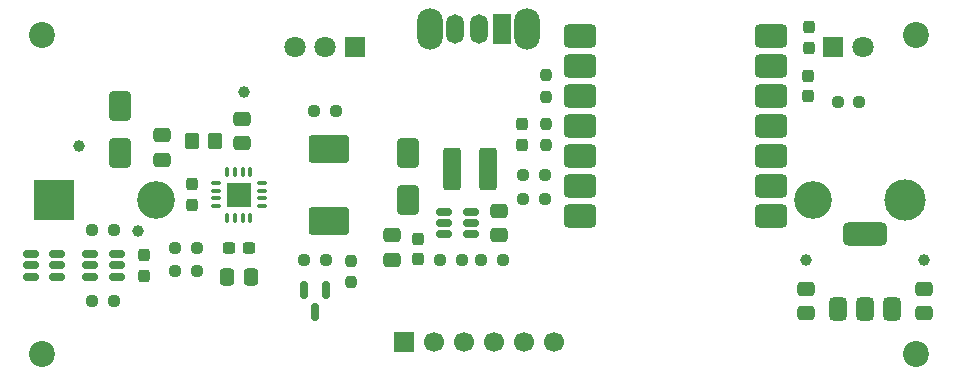
<source format=gbr>
%TF.GenerationSoftware,KiCad,Pcbnew,9.0.6*%
%TF.CreationDate,2026-02-05T22:19:05+05:30*%
%TF.ProjectId,Vitalung_V0.1,56697461-6c75-46e6-975f-56302e312e6b,0.1*%
%TF.SameCoordinates,PX7057c40PY68e7780*%
%TF.FileFunction,Soldermask,Top*%
%TF.FilePolarity,Negative*%
%FSLAX46Y46*%
G04 Gerber Fmt 4.6, Leading zero omitted, Abs format (unit mm)*
G04 Created by KiCad (PCBNEW 9.0.6) date 2026-02-05 22:19:05*
%MOMM*%
%LPD*%
G01*
G04 APERTURE LIST*
G04 Aperture macros list*
%AMRoundRect*
0 Rectangle with rounded corners*
0 $1 Rounding radius*
0 $2 $3 $4 $5 $6 $7 $8 $9 X,Y pos of 4 corners*
0 Add a 4 corners polygon primitive as box body*
4,1,4,$2,$3,$4,$5,$6,$7,$8,$9,$2,$3,0*
0 Add four circle primitives for the rounded corners*
1,1,$1+$1,$2,$3*
1,1,$1+$1,$4,$5*
1,1,$1+$1,$6,$7*
1,1,$1+$1,$8,$9*
0 Add four rect primitives between the rounded corners*
20,1,$1+$1,$2,$3,$4,$5,0*
20,1,$1+$1,$4,$5,$6,$7,0*
20,1,$1+$1,$6,$7,$8,$9,0*
20,1,$1+$1,$8,$9,$2,$3,0*%
G04 Aperture macros list end*
%ADD10RoundRect,0.250000X-0.475000X0.337500X-0.475000X-0.337500X0.475000X-0.337500X0.475000X0.337500X0*%
%ADD11RoundRect,0.237500X0.250000X0.237500X-0.250000X0.237500X-0.250000X-0.237500X0.250000X-0.237500X0*%
%ADD12RoundRect,0.237500X-0.250000X-0.237500X0.250000X-0.237500X0.250000X0.237500X-0.250000X0.237500X0*%
%ADD13C,1.000000*%
%ADD14RoundRect,0.250000X0.650000X-1.000000X0.650000X1.000000X-0.650000X1.000000X-0.650000X-1.000000X0*%
%ADD15RoundRect,0.250000X-0.350000X-0.450000X0.350000X-0.450000X0.350000X0.450000X-0.350000X0.450000X0*%
%ADD16RoundRect,0.250000X0.337500X0.475000X-0.337500X0.475000X-0.337500X-0.475000X0.337500X-0.475000X0*%
%ADD17RoundRect,0.250000X0.475000X-0.337500X0.475000X0.337500X-0.475000X0.337500X-0.475000X-0.337500X0*%
%ADD18RoundRect,0.150000X-0.512500X-0.150000X0.512500X-0.150000X0.512500X0.150000X-0.512500X0.150000X0*%
%ADD19RoundRect,0.237500X-0.237500X0.300000X-0.237500X-0.300000X0.237500X-0.300000X0.237500X0.300000X0*%
%ADD20O,2.200000X3.500000*%
%ADD21R,1.500000X2.500000*%
%ADD22O,1.500000X2.500000*%
%ADD23RoundRect,0.250001X0.499999X1.549999X-0.499999X1.549999X-0.499999X-1.549999X0.499999X-1.549999X0*%
%ADD24RoundRect,0.237500X0.237500X-0.250000X0.237500X0.250000X-0.237500X0.250000X-0.237500X-0.250000X0*%
%ADD25R,1.700000X1.700000*%
%ADD26C,1.700000*%
%ADD27RoundRect,0.150000X-0.150000X0.587500X-0.150000X-0.587500X0.150000X-0.587500X0.150000X0.587500X0*%
%ADD28RoundRect,0.235000X1.465000X-0.940000X1.465000X0.940000X-1.465000X0.940000X-1.465000X-0.940000X0*%
%ADD29C,2.200000*%
%ADD30RoundRect,0.237500X0.237500X-0.300000X0.237500X0.300000X-0.237500X0.300000X-0.237500X-0.300000X0*%
%ADD31RoundRect,0.250000X-0.650000X1.000000X-0.650000X-1.000000X0.650000X-1.000000X0.650000X1.000000X0*%
%ADD32R,1.800000X1.800000*%
%ADD33C,1.800000*%
%ADD34RoundRect,0.237500X0.300000X0.237500X-0.300000X0.237500X-0.300000X-0.237500X0.300000X-0.237500X0*%
%ADD35RoundRect,0.150000X0.512500X0.150000X-0.512500X0.150000X-0.512500X-0.150000X0.512500X-0.150000X0*%
%ADD36RoundRect,0.400000X-0.975000X-0.600000X0.975000X-0.600000X0.975000X0.600000X-0.975000X0.600000X0*%
%ADD37RoundRect,0.075000X0.350000X0.075000X-0.350000X0.075000X-0.350000X-0.075000X0.350000X-0.075000X0*%
%ADD38RoundRect,0.075000X0.075000X0.350000X-0.075000X0.350000X-0.075000X-0.350000X0.075000X-0.350000X0*%
%ADD39R,2.100000X2.100000*%
%ADD40RoundRect,0.375000X0.375000X-0.625000X0.375000X0.625000X-0.375000X0.625000X-0.375000X-0.625000X0*%
%ADD41RoundRect,0.500000X1.400000X-0.500000X1.400000X0.500000X-1.400000X0.500000X-1.400000X-0.500000X0*%
%ADD42C,3.200000*%
%ADD43R,3.500000X3.500000*%
%ADD44C,3.500000*%
G04 APERTURE END LIST*
D10*
%TO.C,C17*%
X41700000Y15137500D03*
X41700000Y13062500D03*
%TD*%
D11*
%TO.C,R18*%
X38550000Y11000000D03*
X36725000Y11000000D03*
%TD*%
D12*
%TO.C,R1*%
X7287500Y13500000D03*
X9112500Y13500000D03*
%TD*%
D13*
%TO.C,TP5*%
X67700000Y11000000D03*
%TD*%
D12*
%TO.C,R11*%
X25237500Y11000000D03*
X27062500Y11000000D03*
%TD*%
D14*
%TO.C,D4*%
X34000000Y16000000D03*
X34000000Y20000000D03*
%TD*%
D10*
%TO.C,C11*%
X77700000Y8537500D03*
X77700000Y6462500D03*
%TD*%
D15*
%TO.C,R9*%
X15700000Y21000000D03*
X17700000Y21000000D03*
%TD*%
D16*
%TO.C,C3*%
X20737500Y9500000D03*
X18662500Y9500000D03*
%TD*%
D17*
%TO.C,C18*%
X32700000Y10962500D03*
X32700000Y13037500D03*
%TD*%
D12*
%TO.C,R2*%
X7287500Y7500000D03*
X9112500Y7500000D03*
%TD*%
D18*
%TO.C,U2*%
X7062500Y11450000D03*
X7062500Y10500000D03*
X7062500Y9550000D03*
X9337500Y9550000D03*
X9337500Y10500000D03*
X9337500Y11450000D03*
%TD*%
D19*
%TO.C,C5*%
X15700000Y17362500D03*
X15700000Y15637500D03*
%TD*%
D20*
%TO.C,SW1*%
X44100000Y30500000D03*
X35900000Y30500000D03*
D21*
X42000000Y30500000D03*
D22*
X40000000Y30500000D03*
X38000000Y30500000D03*
%TD*%
D23*
%TO.C,L1*%
X40825000Y18700000D03*
X37775000Y18700000D03*
%TD*%
D24*
%TO.C,R6*%
X45700000Y24787500D03*
X45700000Y26612500D03*
%TD*%
D25*
%TO.C,J1*%
X33650000Y4000000D03*
D26*
X36190000Y4000000D03*
X38730000Y4000000D03*
X41270000Y4000000D03*
X43810000Y4000000D03*
X46350000Y4000000D03*
%TD*%
D27*
%TO.C,Q2*%
X27100000Y8437500D03*
X25200000Y8437500D03*
X26150000Y6562500D03*
%TD*%
D28*
%TO.C,L2*%
X27300000Y14275000D03*
X27300000Y20325000D03*
%TD*%
D10*
%TO.C,C12*%
X67700000Y8537500D03*
X67700000Y6462500D03*
%TD*%
D24*
%TO.C,R7*%
X45700000Y20687500D03*
X45700000Y22512500D03*
%TD*%
D29*
%TO.C,H2*%
X77000000Y3000000D03*
%TD*%
D18*
%TO.C,U10*%
X37062500Y15050000D03*
X37062500Y14100000D03*
X37062500Y13150000D03*
X39337500Y13150000D03*
X39337500Y14100000D03*
X39337500Y15050000D03*
%TD*%
D11*
%TO.C,R4*%
X45612500Y16100000D03*
X43787500Y16100000D03*
%TD*%
D29*
%TO.C,H1*%
X3000000Y30000000D03*
%TD*%
D11*
%TO.C,R5*%
X27912500Y23600000D03*
X26087500Y23600000D03*
%TD*%
D13*
%TO.C,TP2*%
X20100000Y25200000D03*
%TD*%
D30*
%TO.C,C14*%
X67900000Y24837500D03*
X67900000Y26562500D03*
%TD*%
D12*
%TO.C,R8*%
X14287500Y12000000D03*
X16112500Y12000000D03*
%TD*%
D10*
%TO.C,C9*%
X13200000Y21537500D03*
X13200000Y19462500D03*
%TD*%
D31*
%TO.C,D3*%
X9600000Y24000000D03*
X9600000Y20000000D03*
%TD*%
D30*
%TO.C,C10*%
X34900000Y11037500D03*
X34900000Y12762500D03*
%TD*%
D32*
%TO.C,D2*%
X70000000Y29000000D03*
D33*
X72540000Y29000000D03*
%TD*%
D29*
%TO.C,H3*%
X3000000Y3000000D03*
%TD*%
D11*
%TO.C,R12*%
X16112500Y10000000D03*
X14287500Y10000000D03*
%TD*%
D13*
%TO.C,TP1*%
X11200000Y13400000D03*
%TD*%
D29*
%TO.C,H4*%
X77000000Y30000000D03*
%TD*%
D13*
%TO.C,TP4*%
X77700000Y11000000D03*
%TD*%
D32*
%TO.C,D1*%
X29500000Y29000000D03*
D33*
X26960000Y29000000D03*
X24420000Y29000000D03*
%TD*%
D34*
%TO.C,C4*%
X20562500Y12000000D03*
X18837500Y12000000D03*
%TD*%
D10*
%TO.C,C6*%
X20000000Y22937500D03*
X20000000Y20862500D03*
%TD*%
D35*
%TO.C,Q1*%
X4337500Y9550000D03*
X4337500Y10500000D03*
X4337500Y11450000D03*
X2062500Y11450000D03*
X2062500Y10500000D03*
X2062500Y9550000D03*
%TD*%
D13*
%TO.C,TP3*%
X6200000Y20600000D03*
%TD*%
D11*
%TO.C,R3*%
X45612500Y18200000D03*
X43787500Y18200000D03*
%TD*%
D36*
%TO.C,U1*%
X48617500Y29900750D03*
X48617500Y27360750D03*
X48617500Y24820750D03*
X48617500Y22280750D03*
X48617500Y19740750D03*
X48617500Y17200750D03*
X48617500Y14660750D03*
X64782500Y14660750D03*
X64782500Y17200750D03*
X64782500Y19740750D03*
X64782500Y22280750D03*
X64782500Y24820750D03*
X64782500Y27360750D03*
X64782500Y29900750D03*
%TD*%
D11*
%TO.C,R19*%
X42050000Y11000000D03*
X40225000Y11000000D03*
%TD*%
D37*
%TO.C,U3*%
X21650000Y15525000D03*
X21650000Y16175000D03*
X21650000Y16825000D03*
X21650000Y17475000D03*
D38*
X20675000Y18450000D03*
X20025000Y18450000D03*
X19375000Y18450000D03*
X18725000Y18450000D03*
D37*
X17750000Y17475000D03*
X17750000Y16825000D03*
X17750000Y16175000D03*
X17750000Y15525000D03*
D38*
X18725000Y14550000D03*
X19375000Y14550000D03*
X20025000Y14550000D03*
X20675000Y14550000D03*
D39*
X19700000Y16500000D03*
%TD*%
D24*
%TO.C,R10*%
X29200000Y9087500D03*
X29200000Y10912500D03*
%TD*%
D19*
%TO.C,C15*%
X67950000Y30662500D03*
X67950000Y28937500D03*
%TD*%
D12*
%TO.C,R13*%
X70387500Y24300000D03*
X72212500Y24300000D03*
%TD*%
D30*
%TO.C,C1*%
X11700000Y9637500D03*
X11700000Y11362500D03*
%TD*%
D19*
%TO.C,C13*%
X43700000Y22462500D03*
X43700000Y20737500D03*
%TD*%
D40*
%TO.C,U4*%
X70400000Y6850000D03*
X72700000Y6850000D03*
D41*
X72700000Y13150000D03*
D40*
X75000000Y6850000D03*
%TD*%
D42*
%TO.C,BT1*%
X12720000Y16040000D03*
X68330000Y16040000D03*
D43*
X4075000Y16040000D03*
D44*
X76075000Y16040000D03*
%TD*%
M02*

</source>
